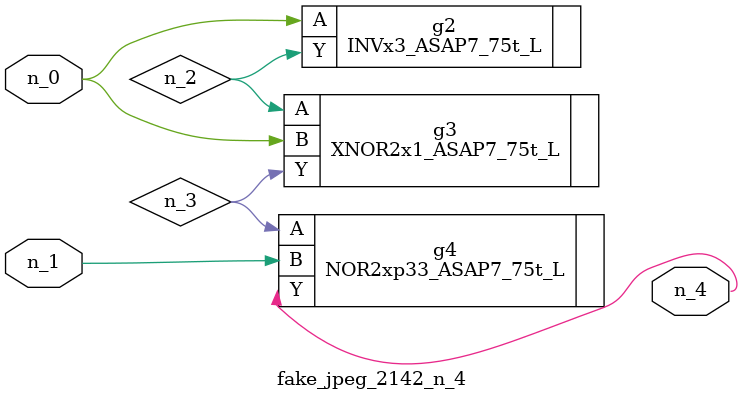
<source format=v>
module fake_jpeg_2142_n_4 (n_0, n_1, n_4);

input n_0;
input n_1;

output n_4;

wire n_2;
wire n_3;

INVx3_ASAP7_75t_L g2 ( 
.A(n_0),
.Y(n_2)
);

XNOR2x1_ASAP7_75t_L g3 ( 
.A(n_2),
.B(n_0),
.Y(n_3)
);

NOR2xp33_ASAP7_75t_L g4 ( 
.A(n_3),
.B(n_1),
.Y(n_4)
);


endmodule
</source>
